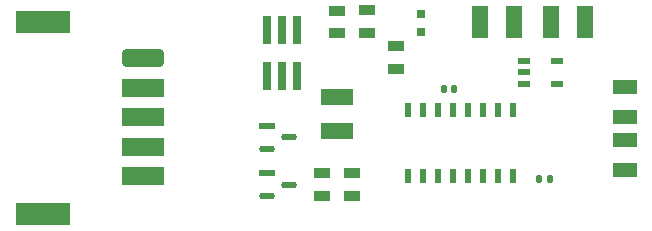
<source format=gtp>
G04*
G04 #@! TF.GenerationSoftware,Altium Limited,Altium Designer,24.3.1 (35)*
G04*
G04 Layer_Color=8421504*
%FSLAX44Y44*%
%MOMM*%
G71*
G04*
G04 #@! TF.SameCoordinates,DD5606FB-0AE3-4311-A501-CF171F200833*
G04*
G04*
G04 #@! TF.FilePolarity,Positive*
G04*
G01*
G75*
%ADD16R,0.8000X0.8000*%
G04:AMPARAMS|DCode=17|XSize=0.6mm|YSize=0.54mm|CornerRadius=0.1431mm|HoleSize=0mm|Usage=FLASHONLY|Rotation=90.000|XOffset=0mm|YOffset=0mm|HoleType=Round|Shape=RoundedRectangle|*
%AMROUNDEDRECTD17*
21,1,0.6000,0.2538,0,0,90.0*
21,1,0.3138,0.5400,0,0,90.0*
1,1,0.2862,0.1269,0.1569*
1,1,0.2862,0.1269,-0.1569*
1,1,0.2862,-0.1269,-0.1569*
1,1,0.2862,-0.1269,0.1569*
%
%ADD17ROUNDEDRECTD17*%
%ADD18R,2.8100X1.4500*%
%ADD19R,0.6000X1.2000*%
%ADD20R,1.3800X0.9200*%
%ADD21R,1.0000X0.6000*%
%ADD22R,1.4500X2.8100*%
%ADD23R,4.5720X1.9050*%
G04:AMPARAMS|DCode=24|XSize=1.524mm|YSize=3.556mm|CornerRadius=0.381mm|HoleSize=0mm|Usage=FLASHONLY|Rotation=270.000|XOffset=0mm|YOffset=0mm|HoleType=Round|Shape=RoundedRectangle|*
%AMROUNDEDRECTD24*
21,1,1.5240,2.7940,0,0,270.0*
21,1,0.7620,3.5560,0,0,270.0*
1,1,0.7620,-1.3970,-0.3810*
1,1,0.7620,-1.3970,0.3810*
1,1,0.7620,1.3970,0.3810*
1,1,0.7620,1.3970,-0.3810*
%
%ADD24ROUNDEDRECTD24*%
%ADD25R,3.5560X1.5240*%
%ADD26R,4.5720X1.9064*%
G04:AMPARAMS|DCode=27|XSize=1.3571mm|YSize=0.5721mm|CornerRadius=0.2861mm|HoleSize=0mm|Usage=FLASHONLY|Rotation=0.000|XOffset=0mm|YOffset=0mm|HoleType=Round|Shape=RoundedRectangle|*
%AMROUNDEDRECTD27*
21,1,1.3571,0.0000,0,0,0.0*
21,1,0.7850,0.5721,0,0,0.0*
1,1,0.5721,0.3925,0.0000*
1,1,0.5721,-0.3925,0.0000*
1,1,0.5721,-0.3925,0.0000*
1,1,0.5721,0.3925,0.0000*
%
%ADD27ROUNDEDRECTD27*%
%ADD28R,1.3571X0.5721*%
%ADD29R,0.7600X2.4000*%
%ADD30R,2.0000X1.2000*%
D16*
X351297Y193059D02*
D03*
Y208059D02*
D03*
D17*
X379204Y144780D02*
D03*
X370604D02*
D03*
X459754Y68930D02*
D03*
X451154D02*
D03*
D18*
X279754Y138230D02*
D03*
Y109630D02*
D03*
D19*
X429204Y126930D02*
D03*
X416504D02*
D03*
X403804D02*
D03*
X391104D02*
D03*
X378404D02*
D03*
X365704D02*
D03*
X353004D02*
D03*
X340304D02*
D03*
Y70930D02*
D03*
X353004D02*
D03*
X365704D02*
D03*
X378404D02*
D03*
X391104D02*
D03*
X403804D02*
D03*
X416504D02*
D03*
X429204D02*
D03*
D20*
X329754Y180980D02*
D03*
Y161880D02*
D03*
X305562Y211480D02*
D03*
Y192380D02*
D03*
X292254Y54380D02*
D03*
Y73480D02*
D03*
X267254Y54380D02*
D03*
Y73480D02*
D03*
X279754Y192126D02*
D03*
Y211226D02*
D03*
D21*
X438504Y168430D02*
D03*
Y158930D02*
D03*
Y149430D02*
D03*
X466004D02*
D03*
Y168430D02*
D03*
D22*
X429336Y201676D02*
D03*
X400736D02*
D03*
X489776D02*
D03*
X461175D02*
D03*
D23*
X30480Y38862D02*
D03*
D24*
X115570Y170942D02*
D03*
D25*
Y70942D02*
D03*
Y95942D02*
D03*
Y120942D02*
D03*
Y145942D02*
D03*
D26*
X30480Y201422D02*
D03*
D27*
X239259Y103930D02*
D03*
X220249Y94430D02*
D03*
X239259Y63930D02*
D03*
X220249Y54430D02*
D03*
D28*
Y113430D02*
D03*
Y73430D02*
D03*
D29*
X220824Y194660D02*
D03*
Y155660D02*
D03*
X233524Y194660D02*
D03*
Y155660D02*
D03*
X246224Y194660D02*
D03*
Y155660D02*
D03*
D30*
X523754Y101430D02*
D03*
Y146430D02*
D03*
Y121430D02*
D03*
Y76430D02*
D03*
M02*

</source>
